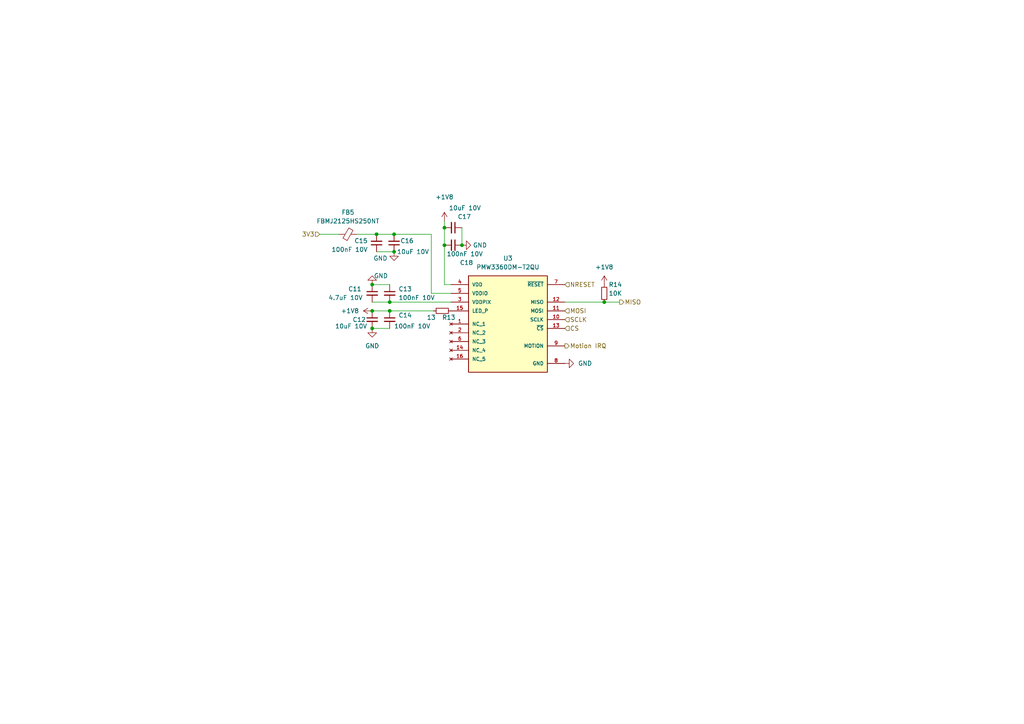
<source format=kicad_sch>
(kicad_sch (version 20211123) (generator eeschema)
  (paper "A4")
  (lib_symbols
    (symbol "Device:C_Small" (pin_numbers hide) (pin_names (offset 0.254) hide)
      (property "Reference" "C" (at 0.254 1.778 0))
      (property "Value" "C_Small" (at 0.254 -2.032 0))
      (symbol "C_Small_0_1"
        (polyline (pts (xy -1.524 -0.508) (xy 1.524 -0.508)) (stroke (width 0.3302)))
        (polyline (pts (xy -1.524 0.508) (xy 1.524 0.508)) (stroke (width 0.3048)))
      )
      (symbol "C_Small_1_1"
        (pin passive line (at 0 2.54 270) (length 2.032) (name "~") (number "1"))
        (pin passive line (at 0 -2.54 90) (length 2.032) (name "~") (number "2"))
      )
    )
    (symbol "Device:FerriteBead_Small" (pin_numbers hide) (pin_names (offset 0))
      (property "Reference" "FB" (at 1.905 1.27 0))
      (property "Value" "FerriteBead_Small" (at 1.905 -1.27 0))
      (symbol "FerriteBead_Small_0_1"
        (polyline (pts (xy 0 -1.27) (xy 0 -0.7874)))
        (polyline (pts (xy 0 0.889) (xy 0 1.2954)))
        (polyline (pts (xy -1.8288 0.2794) (xy -1.1176 1.4986) (xy 1.8288 -0.2032) (xy 1.1176 -1.4224) (xy -1.8288 0.2794)))
      )
      (symbol "FerriteBead_Small_1_1"
        (pin passive line (at 0 2.54 270) (length 1.27) (name "~") (number "1"))
        (pin passive line (at 0 -2.54 90) (length 1.27) (name "~") (number "2"))
      )
    )
    (symbol "Device:R_Small" (pin_numbers hide) (pin_names (offset 0.254) hide)
      (property "Reference" "R" (at 0.762 0.508 0))
      (property "Value" "R_Small" (at 0.762 -1.016 0))
      (symbol "R_Small_0_1"
        (rectangle (start -0.762 1.778) (end 0.762 -1.778) (stroke (width 0.2032)))
      )
      (symbol "R_Small_1_1"
        (pin passive line (at 0 2.54 270) (length 0.762) (name "~") (number "1"))
        (pin passive line (at 0 -2.54 90) (length 0.762) (name "~") (number "2"))
      )
    )
    (symbol "Sensor:PMW3360DM-T2QU" (pin_names (offset 1.016))
      (property "Reference" "U401" (at -1.27 17.78 0))
      (property "Value" "PMW3360DM-T2QU" (at -1.27 15.24 0))
      (symbol "PMW3360DM-T2QU_0_0"
        (rectangle (start -12.7 -15.24) (end 10.16 12.7) (stroke (width 0.254)) (fill (type background)))
        (pin no_connect line (at -17.78 -1.27 0) (length 5.08) (name "NC_1") (number "1"))
        (pin bidirectional line (at 15.24 0 180) (length 5.08) (name "SCLK") (number "10"))
        (pin bidirectional line (at 15.24 2.54 180) (length 5.08) (name "MOSI") (number "11"))
        (pin bidirectional line (at 15.24 5.08 180) (length 5.08) (name "MISO") (number "12"))
        (pin bidirectional line (at 15.24 -2.54 180) (length 5.08) (name "~{CS}") (number "13"))
        (pin no_connect line (at -17.78 -8.89 0) (length 5.08) (name "NC_4") (number "14"))
        (pin power_in line (at -17.78 2.54 0) (length 5.08) (name "LED_P") (number "15"))
        (pin no_connect line (at -17.78 -11.43 0) (length 5.08) (name "NC_5") (number "16"))
        (pin no_connect line (at -17.78 -3.81 0) (length 5.08) (name "NC_2") (number "2"))
        (pin power_out line (at -17.78 5.08 0) (length 5.08) (name "VDDPIX") (number "3"))
        (pin power_in line (at -17.78 10.16 0) (length 5.08) (name "VDD") (number "4"))
        (pin power_in line (at -17.78 7.62 0) (length 5.08) (name "VDDIO") (number "5"))
        (pin no_connect line (at -17.78 -6.35 0) (length 5.08) (name "NC_3") (number "6"))
        (pin bidirectional line (at 15.24 10.16 180) (length 5.08) (name "~{RESET}") (number "7"))
        (pin power_in line (at 15.24 -12.7 180) (length 5.08) (name "GND") (number "8"))
        (pin bidirectional line (at 15.24 -7.62 180) (length 5.08) (name "MOTION") (number "9"))
      )
    )
    (symbol "power:+1V8" (power) (pin_names (offset 0))
      (property "Value" "+1V8" (at 0 3.556 0))
      (symbol "+1V8_0_1"
        (polyline (pts (xy -0.762 1.27) (xy 0 2.54)))
        (polyline (pts (xy 0 0) (xy 0 2.54)))
        (polyline (pts (xy 0 2.54) (xy 0.762 1.27)))
      )
      (symbol "+1V8_1_1"
        (pin power_in line (at 0 0 90) (length 0) hide (name "+1V8") (number "1"))
      )
    )
    (symbol "power:GND" (power) (pin_names (offset 0))
      (property "Value" "GND" (at 0 -3.81 0))
      (symbol "GND_0_1"
        (polyline (pts (xy 0 0) (xy 0 -1.27) (xy 1.27 -1.27) (xy 0 -2.54) (xy -1.27 -1.27) (xy 0 -1.27)))
      )
      (symbol "GND_1_1"
        (pin power_in line (at 0 0 270) (length 0) hide (name "GND") (number "1"))
      )
    )
  )
  (junction (at 114.3 67.945))
  (junction (at 107.95 90.17))
  (junction (at 114.3 73.025))
  (junction (at 175.26 87.63))
  (junction (at 113.03 90.17))
  (junction (at 133.985 71.12))
  (junction (at 107.95 95.25))
  (junction (at 128.905 71.12))
  (junction (at 113.03 87.63))
  (junction (at 109.22 67.945))
  (junction (at 107.95 82.55))
  (junction (at 128.905 66.04))
  (wire (pts (xy 107.95 82.55) (xy 113.03 82.55)))
  (wire (pts (xy 114.3 67.945) (xy 125.095 67.945)))
  (wire (pts (xy 128.905 71.12) (xy 128.905 82.55)))
  (wire (pts (xy 107.95 87.63) (xy 113.03 87.63)))
  (wire (pts (xy 107.95 90.17) (xy 113.03 90.17)))
  (wire (pts (xy 179.705 87.63) (xy 175.26 87.63)))
  (wire (pts (xy 128.905 64.135) (xy 128.905 66.04)))
  (wire (pts (xy 128.905 82.55) (xy 130.81 82.55)))
  (wire (pts (xy 175.26 87.63) (xy 163.83 87.63)))
  (wire (pts (xy 92.71 67.945) (xy 98.425 67.945)))
  (wire (pts (xy 113.03 87.63) (xy 130.81 87.63)))
  (wire (pts (xy 133.985 66.04) (xy 133.985 71.12)))
  (wire (pts (xy 113.03 90.17) (xy 125.73 90.17)))
  (wire (pts (xy 109.22 67.945) (xy 114.3 67.945)))
  (wire (pts (xy 103.505 67.945) (xy 109.22 67.945)))
  (wire (pts (xy 125.095 85.09) (xy 125.095 67.945)))
  (wire (pts (xy 107.95 95.25) (xy 113.03 95.25)))
  (wire (pts (xy 125.095 85.09) (xy 130.81 85.09)))
  (wire (pts (xy 109.22 73.025) (xy 114.3 73.025)))
  (wire (pts (xy 128.905 66.04) (xy 128.905 71.12)))
  (hierarchical_label "MISO" (shape output) (at 179.705 87.63 0))
  (hierarchical_label "CS" (shape input) (at 163.83 95.25 0))
  (hierarchical_label "SCLK" (shape input) (at 163.83 92.71 0))
  (hierarchical_label "Motion IRQ" (shape output) (at 163.83 100.33 0))
  (hierarchical_label "MOSI" (shape input) (at 163.83 90.17 0))
  (hierarchical_label "NRESET" (shape input) (at 163.83 82.55 0))
  (hierarchical_label "3V3" (shape input) (at 92.71 67.945 180))
  (symbol (lib_id "Device:C_Small") (at 107.95 85.09 0) (unit 1)
    (property "Reference" "C11" (at 100.965 83.82 0) (effects (justify left)))
    (property "Value" "4.7uF 10V" (at 95.25 86.36 0) (effects (justify left)))
    (property "Footprint" "Capacitor_SMD:C_0603_1608Metric" (effects hide))
    (property "DIGIKEY" "CL10A475KP8NNNC" (effects hide))
  )
  (symbol (lib_id "Device:C_Small") (at 131.445 66.04 270) (unit 1)
    (property "Reference" "C17" (at 132.715 62.865 90) (effects (justify left)))
    (property "Value" "10uF 10V" (at 130.175 60.325 90) (effects (justify left)))
    (property "Footprint" "Capacitor_SMD:C_0603_1608Metric" (effects hide))
    (property "DIGIKEY" "0603ZD106KAT2A" (effects hide))
  )
  (symbol (lib_id "Device:C_Small") (at 114.3 70.485 180) (unit 1)
    (property "Reference" "C16" (at 120.015 69.85 0) (effects (justify left)))
    (property "Value" "10uF 10V" (at 124.46 73.025 0) (effects (justify left)))
    (property "Footprint" "Capacitor_SMD:C_0603_1608Metric" (effects hide))
    (property "DIGIKEY" "0603ZD106KAT2A" (effects hide))
  )
  (symbol (lib_id "power:GND") (at 163.83 105.41 90) (unit 1)
    (property "Reference" "#PWR034" (effects hide))
    (property "Value" "GND" (at 167.64 105.4099 90) (effects (justify right)))
  )
  (symbol (lib_id "Device:R_Small") (at 175.26 85.09 0) (unit 1)
    (property "Reference" "R14" (at 176.53 82.55 0) (effects (justify left)))
    (property "Value" "10K" (at 176.53 85.09 0) (effects (justify left)))
    (property "Footprint" "Resistor_SMD:R_0603_1608Metric" (effects hide))
    (property "DIGIKEY" "RNCP0603FTD10K0" (effects hide))
  )
  (symbol (lib_id "power:GND") (at 114.3 73.025 0) (unit 1)
    (property "Reference" "#PWR05" (effects hide))
    (property "Value" "GND" (at 112.395 74.93 0) (effects (justify right)))
  )
  (symbol (lib_id "Device:C_Small") (at 113.03 92.71 0) (unit 1)
    (property "Reference" "C14" (at 115.57 91.4462 0) (effects (justify left)))
    (property "Value" "100nF 10V" (at 114.3 94.615 0) (effects (justify left)))
    (property "Footprint" "Capacitor_SMD:C_0603_1608Metric" (effects hide))
    (property "DIGIKEY" "CL10B104KB8NNWC" (effects hide))
  )
  (symbol (lib_id "Device:FerriteBead_Small") (at 100.965 67.945 90) (unit 1)
    (property "Reference" "FB5" (at 100.9269 61.595 90))
    (property "Value" "FBMJ2125HS250NT" (at 100.9269 64.135 90))
    (property "Footprint" "Inductor_SMD:L_0805_2012Metric" (effects hide))
    (property "DIGIKEY" "FBMJ2125HS250NT" (effects hide))
  )
  (symbol (lib_id "Device:C_Small") (at 131.445 71.12 270) (unit 1)
    (property "Reference" "C18" (at 133.35 76.2 90) (effects (justify left)))
    (property "Value" "100nF 10V" (at 129.54 73.66 90) (effects (justify left)))
    (property "Footprint" "Capacitor_SMD:C_0603_1608Metric" (effects hide))
    (property "DIGIKEY" "CL10B104KB8NNWC" (effects hide))
  )
  (symbol (lib_id "power:GND") (at 107.95 95.25 0) (unit 1)
    (property "Reference" "#PWR030" (effects hide))
    (property "Value" "GND" (at 107.95 100.33 0))
  )
  (symbol (lib_id "power:+1V8") (at 107.95 90.17 90) (unit 1)
    (property "Reference" "#PWR029" (effects hide))
    (property "Value" "+1V8" (at 104.14 90.1699 90) (effects (justify left)))
  )
  (symbol (lib_id "power:+1V8") (at 128.905 64.135 0) (unit 1)
    (property "Reference" "#PWR032" (effects hide))
    (property "Value" "+1V8" (at 128.905 57.15 0))
  )
  (symbol (lib_id "Device:C_Small") (at 109.22 70.485 180) (unit 1)
    (property "Reference" "C15" (at 106.68 69.85 0) (effects (justify left)))
    (property "Value" "100nF 10V" (at 106.68 72.39 0) (effects (justify left)))
    (property "Footprint" "Capacitor_SMD:C_0603_1608Metric" (effects hide))
    (property "DIGIKEY" "CL10B104KB8NNWC" (effects hide))
  )
  (symbol (lib_id "Device:C_Small") (at 113.03 85.09 0) (unit 1)
    (property "Reference" "C13" (at 115.57 83.8262 0) (effects (justify left)))
    (property "Value" "100nF 10V" (at 115.57 86.3662 0) (effects (justify left)))
    (property "Footprint" "Capacitor_SMD:C_0603_1608Metric" (effects hide))
    (property "DIGIKEY" "CL10B104KB8NNWC" (effects hide))
  )
  (symbol (lib_id "Device:R_Small") (at 128.27 90.17 90) (unit 1)
    (property "Reference" "R13" (at 130.175 92.075 90))
    (property "Value" "13" (at 125.095 92.075 90))
    (property "Footprint" "Resistor_SMD:R_0603_1608Metric" (effects hide))
    (property "DIGIKEY" "RMCF0603FT13R0" (effects hide))
  )
  (symbol (lib_id "power:GND") (at 133.985 71.12 90) (unit 1)
    (property "Reference" "#PWR033" (effects hide))
    (property "Value" "GND" (at 137.16 71.1199 90) (effects (justify right)))
  )
  (symbol (lib_id "Device:C_Small") (at 107.95 92.71 0) (unit 1)
    (property "Reference" "C12" (at 102.235 92.71 0) (effects (justify left)))
    (property "Value" "10uF 10V" (at 97.155 94.615 0) (effects (justify left)))
    (property "Footprint" "Capacitor_SMD:C_0603_1608Metric" (effects hide))
    (property "DIGIKEY" "0603ZD106KAT2A" (effects hide))
  )
  (symbol (lib_id "power:+1V8") (at 175.26 82.55 0) (unit 1)
    (property "Reference" "#PWR035" (effects hide))
    (property "Value" "+1V8" (at 175.26 77.47 0))
  )
  (symbol (lib_id "Sensor:PMW3360DM-T2QU") (at 148.59 92.71 0) (unit 1)
    (property "Reference" "U3" (at 147.32 74.93 0))
    (property "Value" "PMW3360DM-T2QU" (at 147.32 77.47 0))
    (property "Footprint" "Mouse Sensor:PMW3360DM-T2QU" (effects hide))
    (property "MANUFACTURER_PART_NUMBER" "PMW3360DM-T2QU" (effects hide))
    (property "HEIGHT" "mm" (effects hide))
    (property "MANUFACTURER_NAME" "PixArt Imaging Inc." (effects hide))
    (property "DESCRIPTION" "Optical gaming navigation sensor" (effects hide))
    (property "DIGIKEY" "PMW3360DM-T2QU" (effects hide))
  )
  (symbol (lib_id "power:GND") (at 107.95 82.55 180) (unit 1)
    (property "Reference" "#PWR028" (effects hide))
    (property "Value" "GND" (at 110.49 80.01 0))
  )
)
</source>
